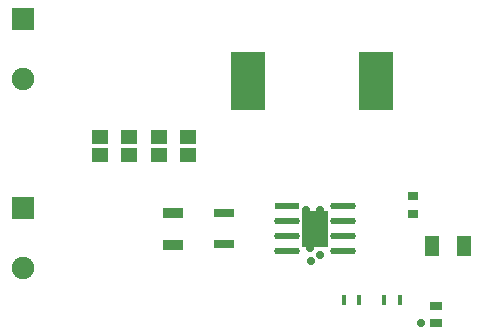
<source format=gts>
G04*
G04 #@! TF.GenerationSoftware,Altium Limited,Altium Designer,21.2.2 (38)*
G04*
G04 Layer_Color=8388736*
%FSLAX25Y25*%
%MOIN*%
G70*
G04*
G04 #@! TF.SameCoordinates,A6081B22-79F4-4FF1-9526-7A4968917333*
G04*
G04*
G04 #@! TF.FilePolarity,Negative*
G04*
G01*
G75*
%ADD14R,0.08477X0.02292*%
G04:AMPARAMS|DCode=15|XSize=84.77mil|YSize=22.92mil|CornerRadius=11.46mil|HoleSize=0mil|Usage=FLASHONLY|Rotation=0.000|XOffset=0mil|YOffset=0mil|HoleType=Round|Shape=RoundedRectangle|*
%AMROUNDEDRECTD15*
21,1,0.08477,0.00000,0,0,0.0*
21,1,0.06185,0.02292,0,0,0.0*
1,1,0.02292,0.03093,0.00000*
1,1,0.02292,-0.03093,0.00000*
1,1,0.02292,-0.03093,0.00000*
1,1,0.02292,0.03093,0.00000*
%
%ADD15ROUNDEDRECTD15*%
%ADD16R,0.11595X0.19488*%
%ADD17R,0.03543X0.03150*%
%ADD21R,0.05140X0.06922*%
%ADD23R,0.06693X0.03642*%
%ADD24R,0.09055X0.12205*%
%ADD25R,0.06693X0.02756*%
%ADD26R,0.03937X0.03150*%
%ADD27R,0.01575X0.03543*%
%ADD28R,0.05709X0.04528*%
%ADD29R,0.07480X0.07480*%
%ADD30C,0.07480*%
%ADD31C,0.02756*%
D14*
X105801Y57697D02*
D03*
D15*
Y52697D02*
D03*
Y47697D02*
D03*
Y42697D02*
D03*
X124514D02*
D03*
Y47697D02*
D03*
Y52697D02*
D03*
Y57697D02*
D03*
D16*
X135463Y99410D02*
D03*
X92884D02*
D03*
D17*
X147638Y61024D02*
D03*
Y55118D02*
D03*
D21*
X164868Y44291D02*
D03*
X154030D02*
D03*
D23*
X67913Y55561D02*
D03*
Y44833D02*
D03*
D24*
X115157Y50197D02*
D03*
D25*
X84646Y55315D02*
D03*
Y45079D02*
D03*
D26*
X155512Y18701D02*
D03*
Y24606D02*
D03*
D27*
X143307Y26575D02*
D03*
X138189D02*
D03*
X129921Y26575D02*
D03*
X124803D02*
D03*
D28*
X72835Y80709D02*
D03*
Y74803D02*
D03*
X53150Y80709D02*
D03*
Y74803D02*
D03*
X62992Y80709D02*
D03*
Y74803D02*
D03*
X43307Y74803D02*
D03*
Y80709D02*
D03*
D29*
X17717Y120236D02*
D03*
Y57244D02*
D03*
D30*
Y100236D02*
D03*
Y37244D02*
D03*
D31*
X113779Y39567D02*
D03*
X113422Y43915D02*
D03*
X113413Y48946D02*
D03*
X113581Y52827D02*
D03*
X116867Y41580D02*
D03*
X116976Y46206D02*
D03*
X116929Y51181D02*
D03*
X116934Y56336D02*
D03*
X112205Y56299D02*
D03*
X150591Y18701D02*
D03*
M02*

</source>
